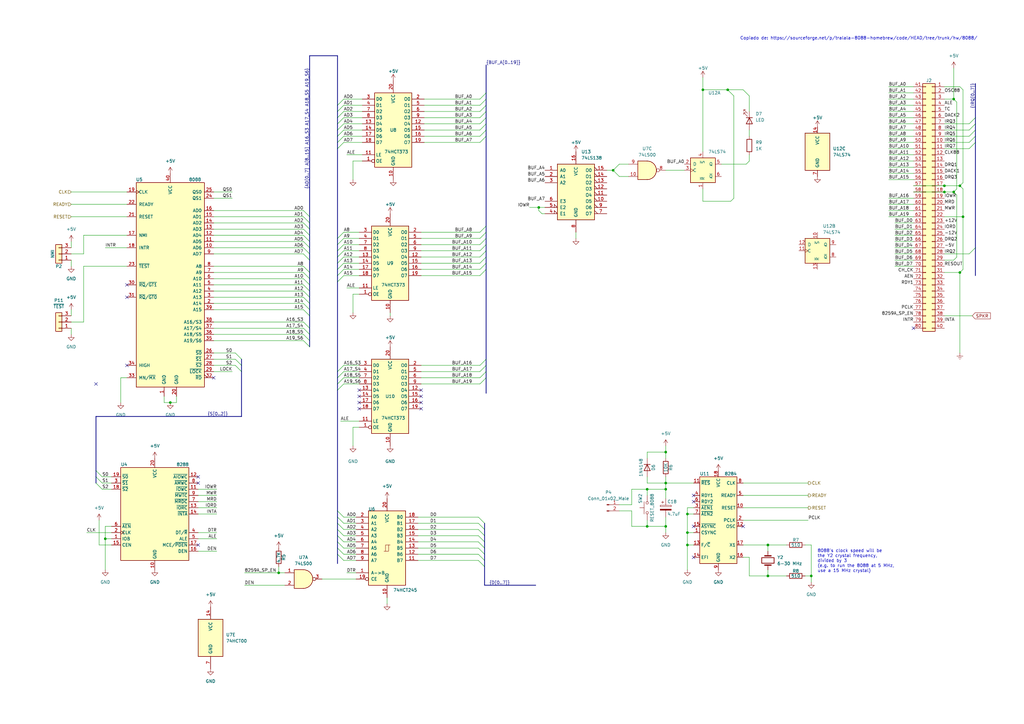
<source format=kicad_sch>
(kicad_sch (version 20230121) (generator eeschema)
  (paper "A3")
  (title_block (title "Tralala 8088 Homebrew Computer") (date "2023-01-17") (rev "1") (company "Copyright (C) 2016, 2017, 2022, 2023 Nikolay Nikolov <nickysn@users.sourceforge.net>") (comment 1 "PO Box 1866, Mountain View, CA 94042, USA.") (comment 2 "http://creativecommons.org/licenses/by-sa/3.0/ or send a letter to Creative Commons,") (comment 3 "License. To view a copy of this license, visit") (comment 4 "This work is licensed under the Creative Commons Attribution-ShareAlike 3.0 Unported"))
  (junction (at 332.74 236.22))
  (junction (at 281.94 223.52))
  (junction (at 69.85 165.1))
  (junction (at 288.29 36.83))
  (junction (at 314.96 236.22))
  (junction (at 391.16 78.74))
  (junction (at 281.94 218.44))
  (junction (at 314.96 223.52))
  (junction (at 273.05 215.9))
  (junction (at 273.05 200.66))
  (junction (at 220.98 85.09))
  (junction (at 387.35 78.74))
  (junction (at 273.05 198.12))
  (junction (at 273.05 185.42))
  (junction (at 391.16 40.64))
  (junction (at 393.7 111.76))
  (junction (at 265.43 200.66))
  (junction (at 393.7 76.2))
  (junction (at 265.43 215.9))
  (junction (at 114.3 234.95))
  (junction (at 387.35 76.2))
  (junction (at 251.46 69.85))
  (junction (at 394.97 88.9))
  (junction (at 298.45 36.83))
  (junction (at 281.94 210.82))
  (junction (at 43.18 220.98))
  (no_connect (at 81.28 198.12))
  (no_connect (at 81.28 223.52))
  (no_connect (at 172.72 167.64))
  (no_connect (at 147.32 167.64))
  (no_connect (at 284.48 203.2))
  (no_connect (at 52.07 116.84))
  (no_connect (at 172.72 162.56))
  (no_connect (at 87.63 154.94))
  (no_connect (at 81.28 195.58))
  (no_connect (at 284.48 205.74))
  (no_connect (at 39.37 157.48))
  (no_connect (at 147.32 165.1))
  (no_connect (at 172.72 165.1))
  (no_connect (at 284.48 215.9))
  (no_connect (at 374.65 134.62))
  (no_connect (at 147.32 162.56))
  (no_connect (at 52.07 121.92))
  (no_connect (at 147.32 160.02))
  (no_connect (at 172.72 160.02))
  (no_connect (at 52.07 149.86))
  (no_connect (at 304.8 215.9))
  (no_connect (at 284.48 228.6))
  (bus_entry (at 124.46 101.6) (size 2.54 2.54))
  (bus_entry (at 124.46 139.7) (size 2.54 2.54))
  (bus_entry (at 124.46 104.14) (size 2.54 2.54))
  (bus_entry (at 400.05 101.6) (size -2.54 2.54))
  (bus_entry (at 140.97 40.64) (size -2.54 2.54))
  (bus_entry (at 196.85 157.48) (size 2.54 -2.54))
  (bus_entry (at 124.46 134.62) (size 2.54 2.54))
  (bus_entry (at 400.05 55.88) (size -2.54 2.54))
  (bus_entry (at 124.46 119.38) (size 2.54 2.54))
  (bus_entry (at 138.43 224.79) (size 2.54 2.54))
  (bus_entry (at 138.43 60.96) (size 2.54 -2.54))
  (bus_entry (at 124.46 137.16) (size 2.54 2.54))
  (bus_entry (at 196.85 53.34) (size 2.54 -2.54))
  (bus_entry (at 124.46 88.9) (size 2.54 2.54))
  (bus_entry (at 196.85 48.26) (size 2.54 -2.54))
  (bus_entry (at 138.43 110.49) (size 2.54 -2.54))
  (bus_entry (at 124.46 91.44) (size 2.54 2.54))
  (bus_entry (at 41.91 200.66) (size -2.54 -2.54))
  (bus_entry (at 138.43 50.8) (size 2.54 -2.54))
  (bus_entry (at 196.215 222.25) (size 2.54 2.54))
  (bus_entry (at 400.05 50.8) (size -2.54 2.54))
  (bus_entry (at 96.52 144.78) (size 2.54 2.54))
  (bus_entry (at 400.05 53.34) (size -2.54 2.54))
  (bus_entry (at 138.43 160.02) (size 2.54 -2.54))
  (bus_entry (at 138.43 154.94) (size 2.54 -2.54))
  (bus_entry (at 41.91 198.12) (size -2.54 -2.54))
  (bus_entry (at 196.85 105.41) (size 2.54 -2.54))
  (bus_entry (at 196.85 100.33) (size 2.54 -2.54))
  (bus_entry (at 124.46 132.08) (size 2.54 2.54))
  (bus_entry (at 138.43 212.09) (size 2.54 2.54))
  (bus_entry (at 196.215 212.09) (size 2.54 2.54))
  (bus_entry (at 124.46 93.98) (size 2.54 2.54))
  (bus_entry (at 138.43 102.87) (size 2.54 -2.54))
  (bus_entry (at 196.85 58.42) (size 2.54 -2.54))
  (bus_entry (at 196.85 102.87) (size 2.54 -2.54))
  (bus_entry (at 138.43 222.25) (size 2.54 2.54))
  (bus_entry (at 124.46 121.92) (size 2.54 2.54))
  (bus_entry (at 138.43 209.55) (size 2.54 2.54))
  (bus_entry (at 140.97 53.34) (size -2.54 2.54))
  (bus_entry (at 196.85 149.86) (size 2.54 -2.54))
  (bus_entry (at 138.43 214.63) (size 2.54 2.54))
  (bus_entry (at 124.46 124.46) (size 2.54 2.54))
  (bus_entry (at 140.97 50.8) (size -2.54 2.54))
  (bus_entry (at 196.215 214.63) (size 2.54 2.54))
  (bus_entry (at 140.97 43.18) (size -2.54 2.54))
  (bus_entry (at 140.97 55.88) (size -2.54 2.54))
  (bus_entry (at 196.85 107.95) (size 2.54 -2.54))
  (bus_entry (at 138.43 100.33) (size 2.54 -2.54))
  (bus_entry (at 196.85 43.18) (size 2.54 -2.54))
  (bus_entry (at 138.43 115.57) (size 2.54 -2.54))
  (bus_entry (at 41.91 195.58) (size -2.54 -2.54))
  (bus_entry (at 196.85 152.4) (size 2.54 -2.54))
  (bus_entry (at 196.85 95.25) (size 2.54 -2.54))
  (bus_entry (at 138.43 227.33) (size 2.54 2.54))
  (bus_entry (at 196.85 97.79) (size 2.54 -2.54))
  (bus_entry (at 196.85 40.64) (size 2.54 -2.54))
  (bus_entry (at 196.215 227.33) (size 2.54 2.54))
  (bus_entry (at 196.215 219.71) (size 2.54 2.54))
  (bus_entry (at 124.46 96.52) (size 2.54 2.54))
  (bus_entry (at 124.46 109.22) (size 2.54 2.54))
  (bus_entry (at 196.85 45.72) (size 2.54 -2.54))
  (bus_entry (at 138.43 105.41) (size 2.54 -2.54))
  (bus_entry (at 138.43 107.95) (size 2.54 -2.54))
  (bus_entry (at 196.85 154.94) (size 2.54 -2.54))
  (bus_entry (at 196.215 229.87) (size 2.54 2.54))
  (bus_entry (at 196.215 217.17) (size 2.54 2.54))
  (bus_entry (at 140.97 45.72) (size -2.54 2.54))
  (bus_entry (at 138.43 217.17) (size 2.54 2.54))
  (bus_entry (at 400.05 48.26) (size -2.54 2.54))
  (bus_entry (at 138.43 97.79) (size 2.54 -2.54))
  (bus_entry (at 124.46 111.76) (size 2.54 2.54))
  (bus_entry (at 196.85 113.03) (size 2.54 -2.54))
  (bus_entry (at 400.05 58.42) (size -2.54 2.54))
  (bus_entry (at 138.43 113.03) (size 2.54 -2.54))
  (bus_entry (at 196.85 55.88) (size 2.54 -2.54))
  (bus_entry (at 124.46 99.06) (size 2.54 2.54))
  (bus_entry (at 96.52 149.86) (size 2.54 2.54))
  (bus_entry (at 124.46 114.3) (size 2.54 2.54))
  (bus_entry (at 124.46 86.36) (size 2.54 2.54))
  (bus_entry (at 196.85 110.49) (size 2.54 -2.54))
  (bus_entry (at 138.43 152.4) (size 2.54 -2.54))
  (bus_entry (at 124.46 116.84) (size 2.54 2.54))
  (bus_entry (at 196.215 224.79) (size 2.54 2.54))
  (bus_entry (at 138.43 219.71) (size 2.54 2.54))
  (bus_entry (at 124.46 127) (size 2.54 2.54))
  (bus_entry (at 96.52 147.32) (size 2.54 2.54))
  (bus_entry (at 138.43 157.48) (size 2.54 -2.54))
  (bus_entry (at 196.85 50.8) (size 2.54 -2.54))
  (wire (pts (xy 100.33 240.03) (xy 116.84 240.03)))
  (bus (pts (xy 199.39 97.79) (xy 199.39 100.33)))
  (bus (pts (xy 127 93.98) (xy 127 96.52)))
  (wire (pts (xy 172.72 110.49) (xy 196.85 110.49)))
  (wire (pts (xy 364.49 50.8) (xy 374.65 50.8)))
  (bus (pts (xy 127 96.52) (xy 127 99.06)))
  (wire (pts (xy 140.97 157.48) (xy 147.32 157.48)))
  (wire (pts (xy 144.78 120.65) (xy 144.78 128.27)))
  (wire (pts (xy 40.64 213.36) (xy 40.64 223.52)))
  (wire (pts (xy 330.2 223.52) (xy 332.74 223.52)))
  (wire (pts (xy 251.46 69.85) (xy 254 67.31)))
  (wire (pts (xy 367.03 99.06) (xy 374.65 99.06)))
  (wire (pts (xy 367.03 104.14) (xy 374.65 104.14)))
  (wire (pts (xy 158.75 245.11) (xy 158.75 247.65)))
  (wire (pts (xy 300.99 81.28) (xy 300.99 39.37)))
  (bus (pts (xy 138.43 113.03) (xy 138.43 110.49)))
  (wire (pts (xy 87.63 119.38) (xy 124.46 119.38)))
  (bus (pts (xy 199.39 105.41) (xy 199.39 107.95)))
  (wire (pts (xy 265.43 195.58) (xy 265.43 198.12)))
  (wire (pts (xy 140.97 45.72) (xy 148.59 45.72)))
  (wire (pts (xy 364.49 63.5) (xy 374.65 63.5)))
  (wire (pts (xy 398.78 129.54) (xy 387.35 129.54)))
  (wire (pts (xy 172.72 95.25) (xy 196.85 95.25)))
  (wire (pts (xy 29.21 78.74) (xy 52.07 78.74)))
  (wire (pts (xy 273.05 182.88) (xy 273.05 185.42)))
  (wire (pts (xy 140.97 97.79) (xy 147.32 97.79)))
  (wire (pts (xy 140.97 212.09) (xy 146.05 212.09)))
  (wire (pts (xy 304.8 203.2) (xy 331.47 203.2)))
  (wire (pts (xy 67.31 165.1) (xy 69.85 165.1)))
  (bus (pts (xy 138.43 222.25) (xy 138.43 219.71)))
  (bus (pts (xy 99.06 149.86) (xy 99.06 152.4)))
  (wire (pts (xy 172.72 157.48) (xy 196.85 157.48)))
  (wire (pts (xy 29.21 104.14) (xy 34.29 104.14)))
  (wire (pts (xy 288.29 36.83) (xy 298.45 36.83)))
  (wire (pts (xy 34.29 96.52) (xy 52.07 96.52)))
  (wire (pts (xy 87.63 78.74) (xy 95.25 78.74)))
  (bus (pts (xy 198.755 219.71) (xy 198.755 222.25)))
  (wire (pts (xy 171.45 219.71) (xy 196.215 219.71)))
  (bus (pts (xy 400.05 101.6) (xy 400.05 113.03)))
  (wire (pts (xy 41.91 198.12) (xy 45.72 198.12)))
  (wire (pts (xy 171.45 229.87) (xy 196.215 229.87)))
  (wire (pts (xy 140.97 224.79) (xy 146.05 224.79)))
  (wire (pts (xy 265.43 213.36) (xy 265.43 215.9)))
  (wire (pts (xy 364.49 83.82) (xy 374.65 83.82)))
  (wire (pts (xy 144.78 66.04) (xy 148.59 66.04)))
  (bus (pts (xy 127 104.14) (xy 127 106.68)))
  (wire (pts (xy 299.72 82.55) (xy 300.99 81.28)))
  (wire (pts (xy 254 207.01) (xy 259.08 207.01)))
  (wire (pts (xy 81.28 203.2) (xy 88.9 203.2)))
  (wire (pts (xy 140.97 102.87) (xy 147.32 102.87)))
  (wire (pts (xy 34.29 109.22) (xy 34.29 132.08)))
  (bus (pts (xy 199.39 55.88) (xy 199.39 53.34)))
  (wire (pts (xy 284.48 208.28) (xy 281.94 208.28)))
  (wire (pts (xy 172.72 154.94) (xy 196.85 154.94)))
  (wire (pts (xy 29.21 83.82) (xy 52.07 83.82)))
  (wire (pts (xy 29.21 127) (xy 29.21 129.54)))
  (wire (pts (xy 87.63 139.7) (xy 124.46 139.7)))
  (wire (pts (xy 265.43 215.9) (xy 273.05 215.9)))
  (wire (pts (xy 295.91 67.31) (xy 306.07 67.31)))
  (wire (pts (xy 259.08 200.66) (xy 265.43 200.66)))
  (wire (pts (xy 304.8 208.28) (xy 331.47 208.28)))
  (wire (pts (xy 142.24 234.95) (xy 146.05 234.95)))
  (bus (pts (xy 99.06 170.815) (xy 39.37 170.815)))
  (wire (pts (xy 394.97 74.93) (xy 393.7 76.2)))
  (wire (pts (xy 273.05 218.44) (xy 273.05 215.9)))
  (wire (pts (xy 364.49 68.58) (xy 374.65 68.58)))
  (bus (pts (xy 138.43 214.63) (xy 138.43 212.09)))
  (wire (pts (xy 173.99 53.34) (xy 196.85 53.34)))
  (wire (pts (xy 140.97 110.49) (xy 147.32 110.49)))
  (wire (pts (xy 81.28 218.44) (xy 88.9 218.44)))
  (bus (pts (xy 127 139.7) (xy 127 142.24)))
  (wire (pts (xy 392.43 80.01) (xy 391.16 78.74)))
  (wire (pts (xy 391.16 27.94) (xy 391.16 40.64)))
  (wire (pts (xy 45.72 223.52) (xy 40.64 223.52)))
  (bus (pts (xy 138.43 115.57) (xy 138.43 113.03)))
  (wire (pts (xy 364.49 81.28) (xy 374.65 81.28)))
  (bus (pts (xy 198.755 240.03) (xy 219.71 240.03)))
  (wire (pts (xy 298.45 36.83) (xy 304.8 36.83)))
  (bus (pts (xy 127 22.86) (xy 127 88.9)))
  (wire (pts (xy 364.49 58.42) (xy 374.65 58.42)))
  (wire (pts (xy 132.08 237.49) (xy 146.05 237.49)))
  (wire (pts (xy 364.49 35.56) (xy 374.65 35.56)))
  (wire (pts (xy 34.29 132.08) (xy 29.21 132.08)))
  (wire (pts (xy 394.97 88.9) (xy 394.97 77.47)))
  (wire (pts (xy 100.33 234.95) (xy 114.3 234.95)))
  (wire (pts (xy 314.96 223.52) (xy 314.96 226.06)))
  (wire (pts (xy 222.25 87.63) (xy 220.98 86.36)))
  (wire (pts (xy 281.94 210.82) (xy 284.48 210.82)))
  (bus (pts (xy 138.43 107.95) (xy 138.43 105.41)))
  (wire (pts (xy 259.08 207.01) (xy 259.08 200.66)))
  (bus (pts (xy 138.43 231.14) (xy 138.43 227.33)))
  (wire (pts (xy 87.63 93.98) (xy 124.46 93.98)))
  (bus (pts (xy 199.39 55.88) (xy 199.39 92.71)))
  (bus (pts (xy 39.37 193.04) (xy 39.37 195.58)))
  (bus (pts (xy 127 124.46) (xy 127 127)))
  (wire (pts (xy 29.21 88.9) (xy 52.07 88.9)))
  (wire (pts (xy 87.63 137.16) (xy 124.46 137.16)))
  (wire (pts (xy 171.45 224.79) (xy 196.215 224.79)))
  (wire (pts (xy 392.43 77.47) (xy 391.16 78.74)))
  (wire (pts (xy 265.43 185.42) (xy 265.43 187.96)))
  (wire (pts (xy 140.97 229.87) (xy 146.05 229.87)))
  (wire (pts (xy 140.97 152.4) (xy 147.32 152.4)))
  (wire (pts (xy 173.99 43.18) (xy 196.85 43.18)))
  (bus (pts (xy 199.39 147.32) (xy 199.39 149.86)))
  (wire (pts (xy 173.99 58.42) (xy 196.85 58.42)))
  (wire (pts (xy 43.18 220.98) (xy 45.72 220.98)))
  (bus (pts (xy 138.43 53.34) (xy 138.43 55.88)))
  (bus (pts (xy 138.43 217.17) (xy 138.43 214.63)))
  (bus (pts (xy 39.37 195.58) (xy 39.37 198.12)))
  (bus (pts (xy 127 99.06) (xy 127 101.6)))
  (wire (pts (xy 87.63 88.9) (xy 124.46 88.9)))
  (wire (pts (xy 281.94 223.52) (xy 284.48 223.52)))
  (bus (pts (xy 198.755 222.25) (xy 198.755 224.79)))
  (wire (pts (xy 34.29 109.22) (xy 52.07 109.22)))
  (wire (pts (xy 364.49 60.96) (xy 374.65 60.96)))
  (wire (pts (xy 144.78 175.26) (xy 144.78 182.88)))
  (wire (pts (xy 314.96 236.22) (xy 322.58 236.22)))
  (wire (pts (xy 142.24 118.11) (xy 147.32 118.11)))
  (wire (pts (xy 87.63 147.32) (xy 96.52 147.32)))
  (wire (pts (xy 393.7 111.76) (xy 393.7 144.78)))
  (wire (pts (xy 140.97 219.71) (xy 146.05 219.71)))
  (bus (pts (xy 127 101.6) (xy 127 104.14)))
  (wire (pts (xy 307.34 39.37) (xy 307.34 45.72)))
  (wire (pts (xy 387.35 55.88) (xy 397.51 55.88)))
  (wire (pts (xy 364.49 55.88) (xy 374.65 55.88)))
  (wire (pts (xy 254 209.55) (xy 259.08 209.55)))
  (bus (pts (xy 127 116.84) (xy 127 119.38)))
  (wire (pts (xy 364.49 53.34) (xy 374.65 53.34)))
  (bus (pts (xy 198.755 229.87) (xy 198.755 232.41)))
  (wire (pts (xy 393.7 111.76) (xy 394.97 110.49)))
  (wire (pts (xy 173.99 48.26) (xy 196.85 48.26)))
  (wire (pts (xy 374.65 78.74) (xy 387.35 78.74)))
  (wire (pts (xy 367.03 109.22) (xy 374.65 109.22)))
  (bus (pts (xy 127 22.86) (xy 138.43 22.86)))
  (bus (pts (xy 400.05 55.88) (xy 400.05 58.42)))
  (wire (pts (xy 172.72 100.33) (xy 196.85 100.33)))
  (wire (pts (xy 288.29 82.55) (xy 299.72 82.55)))
  (wire (pts (xy 140.97 43.18) (xy 148.59 43.18)))
  (wire (pts (xy 374.65 76.2) (xy 387.35 76.2)))
  (wire (pts (xy 171.45 222.25) (xy 196.215 222.25)))
  (wire (pts (xy 387.35 88.9) (xy 394.97 88.9)))
  (wire (pts (xy 172.72 149.86) (xy 196.85 149.86)))
  (bus (pts (xy 199.39 102.87) (xy 199.39 105.41)))
  (wire (pts (xy 248.92 69.85) (xy 251.46 69.85)))
  (wire (pts (xy 87.63 124.46) (xy 124.46 124.46)))
  (wire (pts (xy 147.32 175.26) (xy 144.78 175.26)))
  (wire (pts (xy 281.94 208.28) (xy 281.94 210.82)))
  (bus (pts (xy 138.43 45.72) (xy 138.43 48.26)))
  (wire (pts (xy 140.97 48.26) (xy 148.59 48.26)))
  (bus (pts (xy 138.43 97.79) (xy 138.43 60.96)))
  (wire (pts (xy 281.94 218.44) (xy 281.94 223.52)))
  (wire (pts (xy 367.03 93.98) (xy 374.65 93.98)))
  (bus (pts (xy 199.39 149.86) (xy 199.39 152.4)))
  (wire (pts (xy 307.34 236.22) (xy 314.96 236.22)))
  (bus (pts (xy 199.39 43.18) (xy 199.39 40.64)))
  (bus (pts (xy 39.37 170.815) (xy 39.37 193.04)))
  (wire (pts (xy 173.99 55.88) (xy 196.85 55.88)))
  (wire (pts (xy 87.63 86.36) (xy 124.46 86.36)))
  (wire (pts (xy 87.63 101.6) (xy 124.46 101.6)))
  (wire (pts (xy 220.98 85.09) (xy 220.98 86.36)))
  (wire (pts (xy 81.28 226.06) (xy 88.9 226.06)))
  (bus (pts (xy 199.39 154.94) (xy 199.39 161.29)))
  (wire (pts (xy 140.97 149.86) (xy 147.32 149.86)))
  (bus (pts (xy 138.43 58.42) (xy 138.43 60.96)))
  (wire (pts (xy 140.97 214.63) (xy 146.05 214.63)))
  (bus (pts (xy 127 119.38) (xy 127 121.92)))
  (wire (pts (xy 288.29 77.47) (xy 288.29 82.55)))
  (bus (pts (xy 138.43 100.33) (xy 138.43 97.79)))
  (wire (pts (xy 307.34 63.5) (xy 307.34 66.04)))
  (wire (pts (xy 140.97 40.64) (xy 148.59 40.64)))
  (wire (pts (xy 29.21 134.62) (xy 29.21 137.16)))
  (wire (pts (xy 394.97 77.47) (xy 393.7 76.2)))
  (wire (pts (xy 87.63 132.08) (xy 124.46 132.08)))
  (wire (pts (xy 367.03 91.44) (xy 374.65 91.44)))
  (wire (pts (xy 393.7 35.56) (xy 394.97 36.83)))
  (wire (pts (xy 332.74 223.52) (xy 332.74 236.22)))
  (wire (pts (xy 332.74 236.22) (xy 332.74 238.76)))
  (bus (pts (xy 199.39 95.25) (xy 199.39 97.79)))
  (bus (pts (xy 199.39 50.8) (xy 199.39 48.26)))
  (wire (pts (xy 81.28 200.66) (xy 88.9 200.66)))
  (bus (pts (xy 199.39 100.33) (xy 199.39 102.87)))
  (wire (pts (xy 41.91 195.58) (xy 45.72 195.58)))
  (wire (pts (xy 367.03 96.52) (xy 374.65 96.52)))
  (wire (pts (xy 273.05 198.12) (xy 273.05 200.66)))
  (bus (pts (xy 127 114.3) (xy 127 116.84)))
  (wire (pts (xy 220.98 85.09) (xy 223.52 85.09)))
  (wire (pts (xy 160.02 129.54) (xy 160.02 128.27)))
  (wire (pts (xy 87.63 81.28) (xy 95.25 81.28)))
  (wire (pts (xy 140.97 50.8) (xy 148.59 50.8)))
  (bus (pts (xy 127 106.68) (xy 127 111.76)))
  (wire (pts (xy 172.72 113.03) (xy 196.85 113.03)))
  (wire (pts (xy 87.63 127) (xy 124.46 127)))
  (bus (pts (xy 138.43 152.4) (xy 138.43 115.57)))
  (bus (pts (xy 138.43 102.87) (xy 138.43 100.33)))
  (wire (pts (xy 69.85 165.1) (xy 72.39 165.1)))
  (bus (pts (xy 138.43 157.48) (xy 138.43 154.94)))
  (wire (pts (xy 364.49 86.36) (xy 374.65 86.36)))
  (wire (pts (xy 364.49 40.64) (xy 374.65 40.64)))
  (wire (pts (xy 364.49 71.12) (xy 374.65 71.12)))
  (wire (pts (xy 307.34 228.6) (xy 307.34 236.22)))
  (wire (pts (xy 273.05 198.12) (xy 284.48 198.12)))
  (wire (pts (xy 81.28 208.28) (xy 88.9 208.28)))
  (wire (pts (xy 81.28 220.98) (xy 88.9 220.98)))
  (bus (pts (xy 198.755 217.17) (xy 198.755 219.71)))
  (wire (pts (xy 387.35 111.76) (xy 393.7 111.76)))
  (wire (pts (xy 251.46 69.85) (xy 254 72.39)))
  (wire (pts (xy 304.8 228.6) (xy 307.34 228.6)))
  (bus (pts (xy 138.43 50.8) (xy 138.43 53.34)))
  (wire (pts (xy 43.18 215.9) (xy 43.18 220.98)))
  (bus (pts (xy 400.05 50.8) (xy 400.05 53.34)))
  (bus (pts (xy 138.43 22.86) (xy 138.43 43.18)))
  (bus (pts (xy 127 88.9) (xy 127 91.44)))
  (wire (pts (xy 144.78 73.66) (xy 144.78 66.04)))
  (bus (pts (xy 199.39 45.72) (xy 199.39 43.18)))
  (wire (pts (xy 87.63 91.44) (xy 124.46 91.44)))
  (wire (pts (xy 171.45 227.33) (xy 196.215 227.33)))
  (bus (pts (xy 127 121.92) (xy 127 124.46)))
  (wire (pts (xy 87.63 144.78) (xy 96.52 144.78)))
  (wire (pts (xy 394.97 110.49) (xy 394.97 88.9)))
  (wire (pts (xy 87.63 111.76) (xy 124.46 111.76)))
  (wire (pts (xy 314.96 223.52) (xy 322.58 223.52)))
  (wire (pts (xy 392.43 41.91) (xy 391.16 40.64)))
  (wire (pts (xy 288.29 31.75) (xy 288.29 36.83)))
  (wire (pts (xy 172.72 102.87) (xy 196.85 102.87)))
  (wire (pts (xy 236.22 95.25) (xy 236.22 97.79)))
  (bus (pts (xy 138.43 55.88) (xy 138.43 58.42)))
  (wire (pts (xy 172.72 107.95) (xy 196.85 107.95)))
  (wire (pts (xy 139.7 172.72) (xy 147.32 172.72)))
  (wire (pts (xy 140.97 113.03) (xy 147.32 113.03)))
  (bus (pts (xy 198.755 224.79) (xy 198.755 227.33)))
  (bus (pts (xy 138.43 224.79) (xy 138.43 222.25)))
  (bus (pts (xy 138.43 160.02) (xy 138.43 157.48)))
  (wire (pts (xy 140.97 107.95) (xy 147.32 107.95)))
  (wire (pts (xy 364.49 45.72) (xy 374.65 45.72)))
  (bus (pts (xy 138.43 43.18) (xy 138.43 45.72)))
  (wire (pts (xy 29.21 106.68) (xy 29.21 109.22)))
  (wire (pts (xy 259.08 209.55) (xy 259.08 215.9)))
  (wire (pts (xy 172.72 105.41) (xy 196.85 105.41)))
  (wire (pts (xy 307.34 53.34) (xy 307.34 55.88)))
  (wire (pts (xy 140.97 55.88) (xy 148.59 55.88)))
  (wire (pts (xy 281.94 210.82) (xy 281.94 218.44)))
  (wire (pts (xy 387.35 53.34) (xy 397.51 53.34)))
  (bus (pts (xy 198.755 227.33) (xy 198.755 229.87)))
  (bus (pts (xy 199.39 110.49) (xy 199.39 147.32)))
  (wire (pts (xy 387.35 78.74) (xy 391.16 78.74)))
  (wire (pts (xy 314.96 233.68) (xy 314.96 236.22)))
  (wire (pts (xy 364.49 43.18) (xy 374.65 43.18)))
  (bus (pts (xy 127 137.16) (xy 127 139.7)))
  (wire (pts (xy 387.35 35.56) (xy 393.7 35.56)))
  (wire (pts (xy 364.49 88.9) (xy 374.65 88.9)))
  (wire (pts (xy 81.28 210.82) (xy 88.9 210.82)))
  (wire (pts (xy 171.45 214.63) (xy 196.215 214.63)))
  (wire (pts (xy 140.97 100.33) (xy 147.32 100.33)))
  (wire (pts (xy 387.35 60.96) (xy 397.51 60.96)))
  (wire (pts (xy 254 72.39) (xy 257.81 72.39)))
  (wire (pts (xy 364.49 48.26) (xy 374.65 48.26)))
  (wire (pts (xy 140.97 58.42) (xy 148.59 58.42)))
  (wire (pts (xy 265.43 198.12) (xy 273.05 198.12)))
  (wire (pts (xy 67.31 162.56) (xy 67.31 165.1)))
  (wire (pts (xy 114.3 232.41) (xy 114.3 234.95)))
  (bus (pts (xy 138.43 154.94) (xy 138.43 152.4)))
  (wire (pts (xy 87.63 121.92) (xy 124.46 121.92)))
  (wire (pts (xy 87.63 149.86) (xy 96.52 149.86)))
  (wire (pts (xy 87.63 104.14) (xy 124.46 104.14)))
  (wire (pts (xy 87.63 134.62) (xy 124.46 134.62)))
  (wire (pts (xy 367.03 106.68) (xy 374.65 106.68)))
  (wire (pts (xy 273.05 69.85) (xy 280.67 69.85)))
  (bus (pts (xy 199.39 107.95) (xy 199.39 110.49)))
  (wire (pts (xy 265.43 200.66) (xy 265.43 203.2)))
  (wire (pts (xy 330.2 236.22) (xy 332.74 236.22)))
  (bus (pts (xy 138.43 110.49) (xy 138.43 107.95)))
  (wire (pts (xy 172.72 152.4) (xy 196.85 152.4)))
  (wire (pts (xy 173.99 50.8) (xy 196.85 50.8)))
  (bus (pts (xy 127 134.62) (xy 127 137.16)))
  (wire (pts (xy 81.28 205.74) (xy 88.9 205.74)))
  (wire (pts (xy 259.08 215.9) (xy 265.43 215.9)))
  (wire (pts (xy 307.34 39.37) (xy 304.8 36.83)))
  (wire (pts (xy 43.18 101.6) (xy 52.07 101.6)))
  (wire (pts (xy 171.45 212.09) (xy 196.215 212.09)))
  (wire (pts (xy 29.21 101.6) (xy 29.21 99.06)))
  (bus (pts (xy 138.43 219.71) (xy 138.43 217.17)))
  (bus (pts (xy 199.39 26.67) (xy 199.39 38.1)))
  (bus (pts (xy 199.39 152.4) (xy 199.39 154.94)))
  (wire (pts (xy 394.97 36.83) (xy 394.97 74.93)))
  (bus (pts (xy 99.06 152.4) (xy 99.06 170.815)))
  (wire (pts (xy 87.63 96.52) (xy 124.46 96.52)))
  (wire (pts (xy 392.43 105.41) (xy 392.43 80.01)))
  (bus (pts (xy 138.43 105.41) (xy 138.43 102.87)))
  (wire (pts (xy 364.49 38.1) (xy 374.65 38.1)))
  (wire (pts (xy 254 67.31) (xy 257.81 67.31)))
  (wire (pts (xy 273.05 195.58) (xy 273.05 198.12)))
  (wire (pts (xy 87.63 114.3) (xy 124.46 114.3)))
  (wire (pts (xy 273.05 185.42) (xy 265.43 185.42)))
  (wire (pts (xy 331.47 213.36) (xy 304.8 213.36)))
  (wire (pts (xy 223.52 87.63) (xy 222.25 87.63)))
  (wire (pts (xy 34.29 104.14) (xy 34.29 96.52)))
  (bus (pts (xy 400.05 53.34) (xy 400.05 55.88)))
  (wire (pts (xy 387.35 58.42) (xy 397.51 58.42)))
  (wire (pts (xy 173.99 40.64) (xy 196.85 40.64)))
  (wire (pts (xy 387.35 40.64) (xy 391.16 40.64)))
  (wire (pts (xy 387.35 104.14) (xy 397.51 104.14)))
  (wire (pts (xy 288.29 36.83) (xy 288.29 62.23)))
  (bus (pts (xy 199.39 92.71) (xy 199.39 95.25)))
  (wire (pts (xy 304.8 198.12) (xy 331.47 198.12)))
  (bus (pts (xy 138.43 48.26) (xy 138.43 50.8)))
  (bus (pts (xy 199.39 48.26) (xy 199.39 45.72)))
  (wire (pts (xy 387.35 50.8) (xy 397.51 50.8)))
  (wire (pts (xy 45.72 215.9) (xy 43.18 215.9)))
  (wire (pts (xy 140.97 217.17) (xy 146.05 217.17)))
  (bus (pts (xy 138.43 227.33) (xy 138.43 224.79)))
  (wire (pts (xy 140.97 227.33) (xy 146.05 227.33)))
  (wire (pts (xy 49.53 154.94) (xy 49.53 165.1)))
  (wire (pts (xy 265.43 200.66) (xy 273.05 200.66)))
  (wire (pts (xy 43.18 220.98) (xy 43.18 233.68)))
  (wire (pts (xy 87.63 116.84) (xy 124.46 116.84)))
  (bus (pts (xy 400.05 48.26) (xy 400.05 50.8)))
  (bus (pts (xy 138.43 212.09) (xy 138.43 209.55)))
  (wire (pts (xy 392.43 77.47) (xy 392.43 41.91)))
  (wire (pts (xy 172.72 97.79) (xy 196.85 97.79)))
  (bus (pts (xy 138.43 209.55) (xy 138.43 160.02)))
  (wire (pts (xy 364.49 66.04) (xy 374.65 66.04)))
  (bus (pts (xy 198.755 214.63) (xy 198.755 217.17)))
  (bus (pts (xy 127 111.76) (xy 127 114.3)))
  (bus (pts (xy 199.39 40.64) (xy 199.39 38.1)))
  (wire (pts (xy 391.16 106.68) (xy 392.43 105.41)))
  (wire (pts (xy 273.05 212.09) (xy 273.05 215.9)))
  (wire (pts (xy 367.03 101.6) (xy 374.65 101.6)))
  (wire (pts (xy 217.17 85.09) (xy 220.98 85.09)))
  (wire (pts (xy 140.97 95.25) (xy 147.32 95.25)))
  (bus (pts (xy 127 91.44) (xy 127 93.98)))
  (wire (pts (xy 173.99 45.72) (xy 196.85 45.72)))
  (wire (pts (xy 304.8 223.52) (xy 314.96 223.52)))
  (wire (pts (xy 281.94 223.52) (xy 281.94 233.68)))
  (bus (pts (xy 400.05 34.29) (xy 400.05 48.26)))
  (wire (pts (xy 306.07 67.31) (xy 307.34 66.04)))
  (wire (pts (xy 281.94 218.44) (xy 284.48 218.44)))
  (wire (pts (xy 273.05 200.66) (xy 273.05 204.47)))
  (wire (pts (xy 142.24 63.5) (xy 148.59 63.5)))
  (wire (pts (xy 87.63 152.4) (xy 95.25 152.4)))
  (wire (pts (xy 140.97 222.25) (xy 146.05 222.25)))
  (bus (pts (xy 198.755 240.03) (xy 198.755 232.41)))
  (wire (pts (xy 49.53 154.94) (xy 52.07 154.94)))
  (bus (pts (xy 127 129.54) (xy 127 134.62)))
  (bus (pts (xy 199.39 53.34) (xy 199.39 50.8)))
  (wire (pts (xy 147.32 120.65) (xy 144.78 120.65)))
  (wire (pts (xy 300.99 39.37) (xy 298.45 36.83)))
  (wire (pts (xy 387.35 106.68) (xy 391.16 106.68)))
  (wire (pts (xy 273.05 185.42) (xy 273.05 187.96)))
  (wire (pts (xy 364.49 73.66) (xy 374.65 73.66)))
  (wire (pts (xy 72.39 165.1) (xy 72.39 162.56)))
  (wire (pts (xy 140.97 154.94) (xy 147.32 154.94)))
  (bus (pts (xy 127 127) (xy 127 129.54)))
  (wire (pts (xy 114.3 234.95) (xy 116.84 234.95)))
  (wire (pts (xy 87.63 99.06) (xy 124.46 99.06)))
  (wire (pts (xy 140.97 53.34) (xy 148.59 53.34)))
  (wire (pts (xy 140.97 105.41) (xy 147.32 105.41)))
  (bus (pts (xy 400.05 58.42) (xy 400.05 101.6)))
  (wire (pts (xy 387.35 76.2) (xy 393.7 76.2)))
  (wire (pts (xy 41.91 200.66) (xy 45.72 200.66)))
  (wire (pts (xy 35.56 218.44) (xy 45.72 218.44)))
  (wire (pts (xy 87.63 109.22) (xy 124.46 109.22)))
  (wire (pts (xy 171.45 217.17) (xy 196.215 217.17)))
  (bus (pts (xy 99.06 147.32) (xy 99.06 149.86)))
  (text "Copiado de: https://sourceforge.net/p/tralala-8088-homebrew/code/HEAD/tree/trunk/hw/8088/" (at 303.53 16.51 0) (effects (font (size 1.27 1.27)) (justify left bottom)))
  (text "8088's clock speed will be\nthe Y2 crystal frequency,\ndivided by 3\n(e.g. to run the 8088 at 5 MHz,\nuse a 15 MHz crystal)" (at 335.28 234.95 0) (effects (font (size 1.27 1.27)) (justify left bottom)))
  (label "AD4" (at 140.97 50.8 0))
  (label "ALE" (at 88.9 220.98 180))
  (label "BUF_A5" (at 364.49 48.26 0))
  (label "A8" (at 140.97 95.25 0))
  (label "MWR" (at 88.9 203.2 180))
  (label "BUF_A19" (at 193.675 157.48 180))
  (label "BUF_D2" (at 367.03 96.52 0))
  (label "BUF_A11" (at 193.675 102.87 180))
  (label "BUF_A9" (at 364.49 58.42 0))
  (label "BUF_A17" (at 364.49 83.82 0))
  (label "{AD[0..7] A[8..15] A16_S3 A17_S4 A18_S5 A19_S6}" (at 127 77.47 90))
  (label "S2" (at 95.25 149.86 180))
  (label "A18_S5" (at 124.46 137.16 180))
  (label "A19_S6" (at 140.97 157.48 0))
  (label "BUF_A16" (at 193.675 149.86 180))
  (label "IRQ2" (at 387.35 104.14 0))
  (label "INTA" (at 387.35 132.08 0))
  (label "BUF_A18" (at 193.675 154.94 180))
  (label "DACK1" (at 387.35 71.12 0))
  (label "BUF_A3" (at 193.675 48.26 180))
  (label "D0" (at 179.07 212.09 180))
  (label "+12V" (at 387.35 91.44 0))
  (label "BUF_A12" (at 193.675 105.41 180))
  (label "RESOUT" (at 387.35 109.22 0))
  (label "BUF_A12" (at 364.49 66.04 0))
  (label "A9" (at 124.46 111.76 180))
  (label "IRQ4" (at 387.35 53.34 0))
  (label "BUF_A7" (at 193.675 58.42 180))
  (label "IOWR" (at 217.17 85.09 180))
  (label "BUF_D6" (at 367.03 106.68 0))
  (label "BUF_D4" (at 367.03 101.6 0))
  (label "AD5" (at 140.97 53.34 0))
  (label "BUF_A2" (at 193.675 45.72 180))
  (label "{BUF_A[0..19]}" (at 199.39 26.67 0))
  (label "A15" (at 140.97 113.03 0))
  (label "{IRQ[0..7]}" (at 400.05 44.45 90))
  (label "BUF_A8" (at 193.675 95.25 180))
  (label "AD3" (at 142.24 219.71 0))
  (label "A16_S3" (at 124.46 132.08 180))
  (label "-12V" (at 387.35 96.52 0))
  (label "A13" (at 140.97 107.95 0))
  (label "D6" (at 179.07 227.33 180))
  (label "A14" (at 124.46 124.46 180))
  (label "BUF_D0" (at 367.03 91.44 0))
  (label "IRQ5" (at 387.35 55.88 0))
  (label "AEN" (at 374.65 114.3 180))
  (label "AD7" (at 140.97 58.42 0))
  (label "DEN" (at 100.33 240.03 0))
  (label "BUF_A4" (at 193.675 50.8 180))
  (label "DTR" (at 88.9 218.44 180))
  (label "AD0" (at 142.24 212.09 0))
  (label "ALE" (at 139.7 172.72 0))
  (label "AD0" (at 124.46 86.36 180))
  (label "BUF_A9" (at 193.675 97.79 180))
  (label "BUF_A19" (at 364.49 88.9 0))
  (label "AD7" (at 124.46 104.14 180))
  (label "A8" (at 124.46 109.22 180))
  (label "DRQ1" (at 387.35 68.58 0))
  (label "ALE" (at 142.24 118.11 0))
  (label "A18_S5" (at 140.97 154.94 0))
  (label "PCLK" (at 374.65 127 180))
  (label "RDY1" (at 374.65 116.84 180))
  (label "DTR" (at 142.24 234.95 0))
  (label "BUF_A13" (at 193.675 107.95 180))
  (label "IOWR" (at 88.9 200.66 180))
  (label "A17_S4" (at 140.97 152.4 0))
  (label "LOCK" (at 95.25 152.4 180))
  (label "S0" (at 41.91 195.58 0))
  (label "BUF_A5" (at 223.52 72.39 180))
  (label "A12" (at 124.46 119.38 180))
  (label "BUF_A10" (at 364.49 60.96 0))
  (label "DEN" (at 88.9 226.06 180))
  (label "INTR" (at 43.18 101.6 0))
  (label "A13" (at 124.46 121.92 180))
  (label "QS0" (at 95.25 78.74 180))
  (label "D2" (at 179.07 217.17 180))
  (label "DACK2" (at 387.35 48.26 0))
  (label "OSC88" (at 387.35 38.1 0))
  (label "AD6" (at 142.24 227.33 0))
  (label "BUF_D3" (at 367.03 99.06 0))
  (label "{D[0..7]}" (at 200.66 240.03 0))
  (label "INTR" (at 374.65 132.08 180))
  (label "BUF_D1" (at 367.03 93.98 0))
  (label "AD2" (at 142.24 217.17 0))
  (label "MWR" (at 387.35 86.36 0))
  (label "BUF_A15" (at 364.49 73.66 0))
  (label "AD4" (at 142.24 222.25 0))
  (label "BUF_A7" (at 364.49 53.34 0))
  (label "D3" (at 179.07 219.71 180))
  (label "ALE" (at 387.35 43.18 0))
  (label "8259A_SP_EN" (at 374.65 129.54 180))
  (label "BUF_A6" (at 223.52 74.93 180))
  (label "AD2" (at 140.97 45.72 0))
  (label "IORD" (at 387.35 93.98 0))
  (label "A19_S6" (at 124.46 139.7 180))
  (label "BUF_A0" (at 280.67 67.31 180))
  (label "BUF_A10" (at 193.675 100.33 180))
  (label "A17_S4" (at 124.46 134.62 180))
  (label "AD1" (at 142.24 214.63 0))
  (label "ALE" (at 142.24 63.5 0))
  (label "IRQ7" (at 387.35 60.96 0))
  (label "PCLK" (at 331.47 213.36 0))
  (label "A10" (at 140.97 100.33 0))
  (label "IOWR" (at 387.35 81.28 0))
  (label "DRQ3" (at 387.35 73.66 0))
  (label "BUF_A6" (at 193.675 55.88 180))
  (label "AD3" (at 140.97 48.26 0))
  (label "BUF_A5" (at 193.675 53.34 180))
  (label "BUF_A6" (at 364.49 50.8 0))
  (label "AD6" (at 124.46 101.6 180))
  (label "CLK88" (at 387.35 63.5 0))
  (label "BUF_A8" (at 364.49 55.88 0))
  (label "8259A_SP_EN" (at 100.33 234.95 0))
  (label "BUF_A1" (at 364.49 38.1 0))
  (label "BUF_A14" (at 193.675 110.49 180))
  (label "D4" (at 179.07 222.25 180))
  (label "A11" (at 140.97 102.87 0))
  (label "BUF_A4" (at 364.49 45.72 0))
  (label "A15" (at 124.46 127 180))
  (label "AD1" (at 140.97 43.18 0))
  (label "BUF_A0" (at 193.675 40.64 180))
  (label "CLK" (at 35.56 218.44 0))
  (label "A9" (at 140.97 97.79 0))
  (label "CH_CK" (at 374.65 111.76 180))
  (label "AD2" (at 124.46 91.44 180))
  (label "IRQ3" (at 387.35 50.8 0))
  (label "AD1" (at 124.46 88.9 180))
  (label "INTA" (at 88.9 210.82 180))
  (label "QS1" (at 95.25 81.28 180))
  (label "S0" (at 95.25 144.78 180))
  (label "S1" (at 41.91 198.12 0))
  (label "BUF_A3" (at 364.49 43.18 0))
  (label "BUF_D5" (at 367.03 104.14 0))
  (label "A12" (at 140.97 105.41 0))
  (label "D5" (at 179.07 224.79 180))
  (label "A10" (at 124.46 114.3 180))
  (label "-5V" (at 387.35 101.6 0))
  (label "S1" (at 95.25 147.32 180))
  (label "BUF_A14" (at 364.49 71.12 0))
  (label "BUF_A13" (at 364.49 68.58 0))
  (label "BUF_A7" (at 223.52 82.55 180))
  (label "A14" (at 140.97 110.49 0))
  (label "IRQ6" (at 387.35 58.42 0))
  (label "AD4" (at 124.46 96.52 180))
  (label "AD3" (at 124.46 93.98 180))
  (label "BUF_A0" (at 364.49 35.56 0))
  (label "BUF_A1" (at 193.675 43.18 180))
  (label "BUF_A15" (at 193.675 113.03 180))
  (label "AD5" (at 142.24 224.79 0))
  (label "AD0" (at 140.97 40.64 0))
  (label "MRD" (at 387.35 83.82 0))
  (label "{S[0..2]}" (at 85.09 170.815 0))
  (label "MRD" (at 88.9 205.74 180))
  (label "BUF_A4" (at 223.52 69.85 180))
  (label "AD5" (at 124.46 99.06 180))
  (label "BUF_A18" (at 364.49 86.36 0))
  (label "BUF_A2" (at 364.49 40.64 0))
  (label "AD6" (at 140.97 55.88 0))
  (label "D7" (at 179.07 229.87 180))
  (label "IORD" (at 88.9 208.28 180))
  (label "BUF_A16" (at 364.49 81.28 0))
  (label "S2" (at 41.91 200.66 0))
  (label "AD7" (at 142.24 229.87 0))
  (label "TC" (at 387.35 45.72 0))
  (label "BUF_D7" (at 367.03 109.22 0))
  (label "BUF_A11" (at 364.49 63.5 0))
  (label "A11" (at 124.46 116.84 180))
  (label "BUF_A17" (at 193.675 152.4 180))
  (label "D1" (at 179.07 214.63 180))
  (label "DRQ2" (at 387.35 99.06 0))
  (label "A16_S3" (at 140.97 149.86 0))
  (global_label "SPKR" (shape input) (at 398.78 129.54 0) (property "Intersheetrefs" "${INTERSHEET_REFS}" (effects hide)))
  (hierarchical_label "RESET" (shape output) (at 331.47 208.28 0))
  (hierarchical_label "RESET" (shape input) (at 29.21 88.9 180))
  (hierarchical_label "CLK" (shape output) (at 331.47 198.12 0))
  (hierarchical_label "READY" (shape input) (at 29.21 83.82 180))
  (hierarchical_label "CLK" (shape input) (at 29.21 78.74 180))
  (hierarchical_label "READY" (shape output) (at 331.47 203.2 0))
  (symbol (lib_id "Device:C_Polarized") (at 273.05 208.28 0) (unit 1)
    (property "Reference" "C18" (at 273.685 205.74 0) (effects (justify left)))
    (property "Value" "4.7uF" (at 273.685 210.82 0) (effects (justify left)))
    (property "Footprint" "Capacitor_THT:CP_Radial_D5.0mm_P2.00mm" (effects hide))
  )
  (symbol (lib_id "Connector_Generic:Conn_02x40_Top_Bottom") (at 382.27 83.82 0) (mirror y) (unit 1)
    (property "Reference" "J2" (at 381 33.02 0))
    (property "Value" "Conn_02x40_Top_Bottom" (effects hide))
  )
  (symbol (lib_id "Switch:SW_Push") (at 265.43 208.28 90) (unit 1)
    (property "Reference" "SW2" (at 262.636 204.47 0))
    (property "Value" "RESET_8088" (at 267.462 208.28 0))
    (property "Footprint" "Button_Switch_THT:SW_PUSH_6mm_H5mm" (effects hide))
  )
  (symbol (lib_id "power:GND") (at 144.78 73.66 0) (unit 1)
    (property "Reference" "#PWR031" (effects hide))
    (property "Value" "GND" (effects hide))
  )
  (symbol (lib_id "74xx:74LS74") (at 335.28 62.23 0) (unit 3)
    (property "Reference" "U12" (at 341.63 60.96 0) (effects (justify left)))
    (property "Value" "74LS74" (at 341.63 63.5 0) (effects (justify left)))
    (property "Datasheet" "74xx/74hc_hct74.pdf" (effects hide))
  )
  (symbol (lib_id "74xx:74LS245") (at 158.75 224.79 0) (unit 1)
    (property "Reference" "U6" (at 151.13 209.55 0) (effects (justify left bottom)))
    (property "Value" "74HCT245" (at 161.29 241.3 0) (effects (justify left top)))
    (property "Footprint" "Package_DIP:DIP-20_W7.62mm" (effects hide))
    (property "Datasheet" "http://www.ti.com/lit/gpn/sn74LS245" (effects hide))
  )
  (symbol (lib_id "74xx:74LS138") (at 236.22 77.47 0) (unit 1)
    (property "Reference" "U13" (at 238.4141 62.23 0) (effects (justify left)))
    (property "Value" "74LS138" (at 238.4141 64.77 0) (effects (justify left)))
    (property "Datasheet" "http://www.ti.com/lit/gpn/sn74LS138" (effects hide))
  )
  (symbol (lib_id "Device:R") (at 114.3 228.6 0) (unit 1)
    (property "Reference" "R5" (at 116.332 228.6 90))
    (property "Value" "4.7K" (at 114.3 228.6 90))
    (property "Footprint" "Resistor_THT:R_Axial_DIN0207_L6.3mm_D2.5mm_P10.16mm_Horizontal" (effects hide))
  )
  (symbol (lib_id "74xx:74LS74") (at 335.28 102.87 0) (unit 2)
    (property "Reference" "U12" (at 337.4741 92.71 0) (effects (justify left)))
    (property "Value" "74LS74" (at 337.4741 95.25 0) (effects (justify left)))
    (property "Datasheet" "74xx/74hc_hct74.pdf" (effects hide))
  )
  (symbol (lib_id "power:+5V") (at 114.3 224.79 0) (unit 1)
    (property "Reference" "#PWR025" (effects hide))
    (property "Value" "+5V" (at 114.3 219.71 0))
  )
  (symbol (lib_id "power:+5V") (at 69.85 71.12 0) (unit 1)
    (property "Reference" "#PWR023" (effects hide))
    (property "Value" "+5V" (at 69.85 66.04 0))
  )
  (symbol (lib_id "power:+5V") (at 29.21 99.06 0) (unit 1)
    (property "Reference" "#PWR016" (effects hide))
    (property "Value" "+5V" (at 29.21 93.98 0))
  )
  (symbol (lib_id "power:GND") (at 160.02 129.54 0) (unit 1)
    (property "Reference" "#PWR037" (effects hide))
    (property "Value" "GND" (effects hide))
  )
  (symbol (lib_id "Device:D") (at 265.43 191.77 270) (unit 1)
    (property "Reference" "D6" (at 267.97 191.77 0))
    (property "Value" "1N4148" (at 262.89 191.77 0))
    (property "Footprint" "Diode_THT:D_DO-35_SOD27_P7.62mm_Horizontal" (effects hide))
  )
  (symbol (lib_id "power:GND") (at 49.53 165.1 0) (unit 1)
    (property "Reference" "#PWR020" (effects hide))
    (property "Value" "GND" (at 49.53 170.18 0))
  )
  (symbol (lib_id "power:+5V") (at 161.29 33.02 0) (unit 1)
    (property "Reference" "#PWR034" (effects hide))
    (property "Value" "+5V" (at 161.29 29.21 0))
  )
  (symbol (lib_id "power:+5V") (at 288.29 31.75 0) (unit 1)
    (property "Reference" "#PWR040" (effects hide))
    (property "Value" "+5V" (at 288.29 27.94 0))
  )
  (symbol (lib_id "74xx:74LS373") (at 160.02 107.95 0) (unit 1)
    (property "Reference" "U9" (at 160.02 107.95 0))
    (property "Value" "74HCT373" (at 161.29 116.84 0))
    (property "Footprint" "Package_DIP:DIP-20_W7.62mm" (effects hide))
    (property "Datasheet" "http://www.ti.com/lit/gpn/sn74LS373" (effects hide))
  )
  (symbol (lib_id "power:GND") (at 86.36 274.32 0) (unit 1)
    (property "Reference" "#PWR03" (effects hide))
    (property "Value" "GND" (at 86.36 279.4 0))
  )
  (symbol (lib_id "power:GND") (at 236.22 97.79 0) (unit 1)
    (property "Reference" "#PWR071" (effects hide))
    (property "Value" "GND" (effects hide))
  )
  (symbol (lib_id "power:GND") (at 144.78 182.88 0) (unit 1)
    (property "Reference" "#PWR033" (effects hide))
    (property "Value" "GND" (at 144.78 189.23 0))
  )
  (symbol (lib_id "Device:LED") (at 307.34 49.53 270) (unit 1)
    (property "Reference" "D7" (at 309.88 46.6725 90) (effects (justify left)))
    (property "Value" "LED" (at 309.88 49.2125 90) (effects (justify left)))
  )
  (symbol (lib_id "power:GND") (at 69.85 165.1 0) (unit 1)
    (property "Reference" "#PWR024" (effects hide))
    (property "Value" "GND" (at 69.85 170.18 0))
  )
  (symbol (lib_id "Device:Crystal") (at 314.96 229.87 90) (unit 1)
    (property "Reference" "Y2" (at 318.77 228.5999 90) (effects (justify right)))
    (property "Value" "6-30 MHz" (at 318.77 231.1399 90) (effects (justify right)))
    (property "Footprint" "Crystal:Crystal_HC49-U_Vertical" (effects hide))
  )
  (symbol (lib_id "74xx:74LS00") (at 265.43 69.85 0) (unit 3)
    (property "Reference" "U7" (at 265.4217 60.96 0))
    (property "Value" "74LS00" (at 265.4217 63.5 0))
    (property "Datasheet" "http://www.ti.com/lit/gpn/sn74ls00" (effects hide))
  )
  (symbol (lib_id "power:GND") (at 63.5 233.68 0) (unit 1)
    (property "Reference" "#PWR022" (effects hide))
    (property "Value" "GND" (at 63.5 238.76 0))
  )
  (symbol (lib_id "Timer:8284") (at 294.64 213.36 0) (unit 1)
    (property "Reference" "U11" (at 287.02 194.31 0) (effects (justify left)))
    (property "Value" "8284" (at 297.18 194.31 0) (effects (justify left)))
    (property "Footprint" "Package_DIP:DIP-18_W7.62mm" (effects hide))
    (property "Datasheet" "http://www.cpu-galaxy.at/cpu/ram%20rom%20eprom/other_intel_chips/other_intel-Dateien/D8284A_Datasheet.pdf" (effects hide))
  )
  (symbol (lib_name "GND_2") (lib_id "power:GND") (at 29.21 137.16 0) (unit 1)
    (property "Reference" "#PWR0101" (effects hide))
    (property "Value" "GND" (at 29.21 142.24 0))
  )
  (symbol (lib_id "power:+5V") (at 294.64 193.04 0) (unit 1)
    (property "Reference" "#PWR048" (effects hide))
    (property "Value" "+5V" (at 294.64 187.96 0))
  )
  (symbol (lib_id "Connector:Conn_01x02_Male") (at 248.92 207.01 0) (unit 1)
    (property "Reference" "P4" (at 249.555 201.93 0))
    (property "Value" "Conn_01x02_Male" (at 249.555 204.47 0))
    (property "Footprint" "Connector_PinHeader_2.54mm:PinHeader_1x02_P2.54mm_Vertical" (effects hide))
  )
  (symbol (lib_id "power:GND") (at 294.64 233.68 0) (unit 1)
    (property "Reference" "#PWR049" (effects hide))
    (property "Value" "GND" (at 294.64 238.76 0))
  )
  (symbol (lib_id "74xx:74LS373") (at 160.02 162.56 0) (unit 1)
    (property "Reference" "U10" (at 160.02 162.56 0))
    (property "Value" "74HCT373" (at 161.29 171.45 0))
    (property "Footprint" "Package_DIP:DIP-20_W7.62mm" (effects hide))
    (property "Datasheet" "http://www.ti.com/lit/gpn/sn74LS373" (effects hide))
  )
  (symbol (lib_id "power:GND") (at 158.75 247.65 0) (unit 1)
    (property "Reference" "#PWR027" (effects hide))
    (property "Value" "GND" (effects hide))
  )
  (symbol (lib_id "power:GND") (at 335.28 72.39 0) (unit 1)
    (property "Reference" "#PWR074" (effects hide))
    (property "Value" "GND" (effects hide))
  )
  (symbol (lib_id "power:+5V") (at 158.75 204.47 0) (unit 1)
    (property "Reference" "#PWR026" (effects hide))
    (property "Value" "+5V" (at 158.75 199.39 0))
  )
  (symbol (lib_id "Device:R") (at 326.39 223.52 90) (unit 1)
    (property "Reference" "R7" (at 326.39 221.488 90))
    (property "Value" "510" (at 326.39 223.52 90))
    (property "Footprint" "Resistor_THT:R_Axial_DIN0207_L6.3mm_D2.5mm_P10.16mm_Horizontal" (effects hide))
  )
  (symbol (lib_id "MCU_Intel:8088_Max_Mode") (at 69.85 116.84 0) (unit 1)
    (property "Reference" "U5" (at 57.15 73.66 0))
    (property "Value" "8088" (at 80.01 73.66 0))
    (property "Footprint" "Socket:DIP_Socket-40_W11.9_W12.7_W15.24_W17.78_W18.5_3M_240-1280-00-0602J" (effects hide))
    (property "Datasheet" "http://datasheets.chipdb.org/Intel/x86/808x/datashts/8088/231456-006.pdf" (effects hide))
  )
  (symbol (lib_id "power:+5V") (at 236.22 62.23 0) (unit 1)
    (property "Reference" "#PWR072" (effects hide))
    (property "Value" "+5V" (at 236.22 58.42 0))
  )
  (symbol (lib_id "power:+5V") (at 273.05 182.88 0) (unit 1)
    (property "Reference" "#PWR045" (effects hide))
    (property "Value" "+5V" (at 273.05 177.8 0))
  )
  (symbol (lib_id "power:GND") (at 144.78 128.27 0) (unit 1)
    (property "Reference" "#PWR032" (effects hide))
    (property "Value" "GND" (effects hide))
  )
  (symbol (lib_id "Device:R") (at 307.34 59.69 0) (unit 1)
    (property "Reference" "R9" (at 309.88 58.42 0) (effects (justify left)))
    (property "Value" "1K" (at 309.88 60.96 0) (effects (justify left)))
  )
  (symbol (lib_id "power:GND") (at 29.21 109.22 0) (unit 1)
    (property "Reference" "#PWR017" (effects hide))
    (property "Value" "GND" (at 29.21 114.3 0))
  )
  (symbol (lib_id "power:+5V") (at 63.5 187.96 0) (unit 1)
    (property "Reference" "#PWR021" (effects hide))
    (property "Value" "+5V" (at 63.5 182.88 0))
  )
  (symbol (lib_id "power:GND") (at 43.18 233.68 0) (unit 1)
    (property "Reference" "#PWR019" (effects hide))
    (property "Value" "GND" (at 43.18 238.76 0))
  )
  (symbol (lib_id "74xx:74LS74") (at 288.29 69.85 0) (unit 1)
    (property "Reference" "U12" (at 290.4841 38.1 0) (effects (justify left)))
    (property "Value" "74LS74" (at 290.4841 62.23 0) (effects (justify left)))
    (property "Datasheet" "74xx/74hc_hct74.pdf" (effects hide))
  )
  (symbol (lib_id "74xx:74HC00") (at 86.36 261.62 0) (unit 5)
    (property "Reference" "U7" (at 92.71 260.35 0) (effects (justify left)))
    (property "Value" "74HCT00" (at 92.71 262.89 0) (effects (justify left)))
    (property "Footprint" "Package_DIP:DIP-14_W7.62mm" (effects hide))
    (property "Datasheet" "http://www.ti.com/lit/gpn/sn74hc00" (effects hide))
  )
  (symbol (lib_id "Device:R") (at 326.39 236.22 90) (unit 1)
    (property "Reference" "R8" (at 326.39 234.188 90))
    (property "Value" "510" (at 326.39 236.22 90))
    (property "Footprint" "Resistor_THT:R_Axial_DIN0207_L6.3mm_D2.5mm_P10.16mm_Horizontal" (effects hide))
  )
  (symbol (lib_id "Interface:8288") (at 63.5 210.82 0) (unit 1)
    (property "Reference" "U4" (at 49.53 190.5 0) (effects (justify left)))
    (property "Value" "8288" (at 72.39 190.5 0) (effects (justify left)))
    (property "Footprint" "Package_DIP:DIP-20_W7.62mm" (effects hide))
    (property "Datasheet" "http://www.datasheets360.com/pdf/7208679415653955300" (effects hide))
  )
  (symbol (lib_id "Connector_Generic:Conn_01x03") (at 24.13 104.14 180) (unit 1)
    (property "Reference" "P2" (at 24.13 109.22 0))
    (property "Value" "NMI" (at 21.59 104.14 90))
    (property "Footprint" "Connector_PinHeader_2.54mm:PinHeader_1x03_P2.54mm_Vertical" (effects hide))
  )
  (symbol (lib_id "power:GND") (at 332.74 238.76 0) (unit 1)
    (property "Reference" "#PWR067" (effects hide))
    (property "Value" "GND" (at 332.74 243.84 0))
  )
  (symbol (lib_id "power:GND") (at 273.05 218.44 0) (unit 1)
    (property "Reference" "#PWR046" (effects hide))
    (property "Value" "GND" (at 273.05 223.52 0))
  )
  (symbol (lib_id "74xx:74LS00") (at 124.46 237.49 0) (unit 1)
    (property "Reference" "U7" (at 124.4517 228.6 0))
    (property "Value" "74LS00" (at 124.4517 231.14 0))
    (property "Datasheet" "http://www.ti.com/lit/gpn/sn74ls00" (effects hide))
  )
  (symbol (lib_id "power:GND") (at 160.02 182.88 0) (unit 1)
    (property "Reference" "#PWR039" (effects hide))
    (property "Value" "GND" (at 160.02 189.23 0))
  )
  (symbol (lib_id "power:+5V") (at 335.28 52.07 0) (unit 1)
    (property "Reference" "#PWR073" (effects hide))
    (property "Value" "+5V" (at 335.28 48.26 0))
  )
  (symbol (lib_id "power:+5V") (at 160.02 87.63 0) (unit 1)
    (property "Reference" "#PWR036" (effects hide))
    (property "Value" "+5V" (at 160.02 83.82 0))
  )
  (symbol (lib_id "power:GND") (at 161.29 73.66 0) (unit 1)
    (property "Reference" "#PWR035" (effects hide))
    (property "Value" "GND" (effects hide))
  )
  (symbol (lib_id "Connector_Generic:Conn_01x03") (at 24.13 132.08 180) (unit 1)
    (property "Reference" "P11" (at 24.13 123.19 0))
    (property "Value" "~{TEST}" (at 24.13 125.73 0))
    (property "Footprint" "Connector_PinHeader_2.54mm:PinHeader_1x03_P2.54mm_Vertical" (effects hide))
  )
  (symbol (lib_id "Device:R") (at 273.05 191.77 0) (unit 1)
    (property "Reference" "R6" (at 275.082 191.77 90))
    (property "Value" "10K" (at 273.05 191.77 90))
    (property "Footprint" "Resistor_THT:R_Axial_DIN0207_L6.3mm_D2.5mm_P10.16mm_Horizontal" (effects hide))
  )
  (symbol (lib_id "74xx:74LS373") (at 161.29 53.34 0) (unit 1)
    (property "Reference" "U8" (at 161.29 53.34 0))
    (property "Value" "74HCT373" (at 162.56 62.23 0))
    (property "Footprint" "Package_DIP:DIP-20_W7.62mm" (effects hide))
    (property "Datasheet" "http://www.ti.com/lit/gpn/sn74LS373" (effects hide))
  )
  (symbol (lib_id "power:GNDREF") (at 393.7 144.78 0) (unit 1)
    (property "Reference" "#PWR068" (effects hide))
    (property "Value" "GNDREF" (effects hide))
  )
  (symbol (lib_id "power:+5V") (at 160.02 142.24 0) (unit 1)
    (property "Reference" "#PWR038" (effects hide))
    (property "Value" "+5V" (at 160.02 138.43 0))
  )
  (symbol (lib_name "+5V_1") (lib_id "power:+5V") (at 391.16 27.94 0) (unit 1)
    (property "Reference" "#PWR050" (effects hide))
    (property "Value" "+5V" (at 391.16 22.86 0))
  )
  (symbol (lib_id "power:GND") (at 281.94 233.68 0) (unit 1)
    (property "Reference" "#PWR047" (effects hide))
    (property "Value" "GND" (at 281.94 238.76 0))
  )
  (symbol (lib_name "+5V_2") (lib_id "power:+5V") (at 29.21 127 0) (unit 1)
    (property "Reference" "#PWR0102" (effects hide))
    (property "Value" "+5V" (at 29.21 121.92 0))
  )
  (symbol (lib_id "power:+5V") (at 86.36 248.92 0) (unit 1)
    (property "Reference" "#PWR02" (effects hide))
    (property "Value" "+5V" (at 86.36 243.84 0))
  )
  (symbol (lib_id "power:+5V") (at 40.64 213.36 0) (unit 1)
    (property "Reference" "#PWR018" (effects hide))
    (property "Value" "+5V" (at 40.64 208.28 0))
  )
)
</source>
